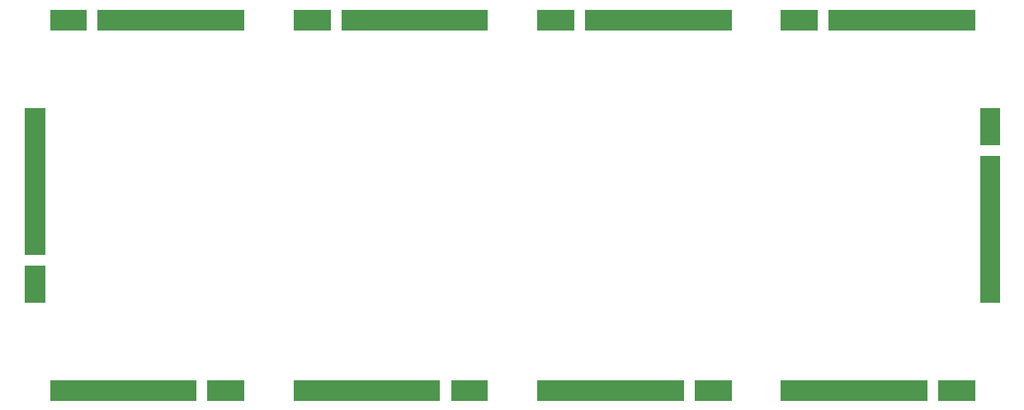
<source format=gbr>
%TF.GenerationSoftware,KiCad,Pcbnew,7.0.5*%
%TF.CreationDate,2023-09-25T02:34:09-05:00*%
%TF.ProjectId,Chimera_Carrier,4368696d-6572-4615-9f43-617272696572,rev?*%
%TF.SameCoordinates,Original*%
%TF.FileFunction,Soldermask,Top*%
%TF.FilePolarity,Negative*%
%FSLAX46Y46*%
G04 Gerber Fmt 4.6, Leading zero omitted, Abs format (unit mm)*
G04 Created by KiCad (PCBNEW 7.0.5) date 2023-09-25 02:34:09*
%MOMM*%
%LPD*%
G01*
G04 APERTURE LIST*
%ADD10C,0.100000*%
G04 APERTURE END LIST*
%TO.C,B1*%
D10*
X62525000Y-120000000D02*
X47575000Y-120000000D01*
X47575000Y-118000000D01*
X62525000Y-118000000D01*
X62525000Y-120000000D01*
G36*
X62525000Y-120000000D02*
G01*
X47575000Y-120000000D01*
X47575000Y-118000000D01*
X62525000Y-118000000D01*
X62525000Y-120000000D01*
G37*
X67425000Y-120000000D02*
X63725000Y-120000000D01*
X63725000Y-118000000D01*
X67425000Y-118000000D01*
X67425000Y-120000000D01*
G36*
X67425000Y-120000000D02*
G01*
X63725000Y-120000000D01*
X63725000Y-118000000D01*
X67425000Y-118000000D01*
X67425000Y-120000000D01*
G37*
%TO.C,A2*%
X92425000Y-82000000D02*
X77475000Y-82000000D01*
X77475000Y-80000000D01*
X92425000Y-80000000D01*
X92425000Y-82000000D01*
G36*
X92425000Y-82000000D02*
G01*
X77475000Y-82000000D01*
X77475000Y-80000000D01*
X92425000Y-80000000D01*
X92425000Y-82000000D01*
G37*
X76275000Y-82000000D02*
X72575000Y-82000000D01*
X72575000Y-80000000D01*
X76275000Y-80000000D01*
X76275000Y-82000000D01*
G36*
X76275000Y-82000000D02*
G01*
X72575000Y-82000000D01*
X72575000Y-80000000D01*
X76275000Y-80000000D01*
X76275000Y-82000000D01*
G37*
%TO.C,IN1*%
X47000000Y-105025000D02*
X45000000Y-105025000D01*
X45000000Y-90075000D01*
X47000000Y-90075000D01*
X47000000Y-105025000D01*
G36*
X47000000Y-105025000D02*
G01*
X45000000Y-105025000D01*
X45000000Y-90075000D01*
X47000000Y-90075000D01*
X47000000Y-105025000D01*
G37*
X47000000Y-109925000D02*
X45000000Y-109925000D01*
X45000000Y-106225000D01*
X47000000Y-106225000D01*
X47000000Y-109925000D01*
G36*
X47000000Y-109925000D02*
G01*
X45000000Y-109925000D01*
X45000000Y-106225000D01*
X47000000Y-106225000D01*
X47000000Y-109925000D01*
G37*
%TO.C,OUT1*%
X145000000Y-109925000D02*
X143000000Y-109925000D01*
X143000000Y-94975000D01*
X145000000Y-94975000D01*
X145000000Y-109925000D01*
G36*
X145000000Y-109925000D02*
G01*
X143000000Y-109925000D01*
X143000000Y-94975000D01*
X145000000Y-94975000D01*
X145000000Y-109925000D01*
G37*
X145000000Y-93775000D02*
X143000000Y-93775000D01*
X143000000Y-90075000D01*
X145000000Y-90075000D01*
X145000000Y-93775000D01*
G36*
X145000000Y-93775000D02*
G01*
X143000000Y-93775000D01*
X143000000Y-90075000D01*
X145000000Y-90075000D01*
X145000000Y-93775000D01*
G37*
%TO.C,A3*%
X117425000Y-82000000D02*
X102475000Y-82000000D01*
X102475000Y-80000000D01*
X117425000Y-80000000D01*
X117425000Y-82000000D01*
G36*
X117425000Y-82000000D02*
G01*
X102475000Y-82000000D01*
X102475000Y-80000000D01*
X117425000Y-80000000D01*
X117425000Y-82000000D01*
G37*
X101275000Y-82000000D02*
X97575000Y-82000000D01*
X97575000Y-80000000D01*
X101275000Y-80000000D01*
X101275000Y-82000000D01*
G36*
X101275000Y-82000000D02*
G01*
X97575000Y-82000000D01*
X97575000Y-80000000D01*
X101275000Y-80000000D01*
X101275000Y-82000000D01*
G37*
%TO.C,B3*%
X112525000Y-120000000D02*
X97575000Y-120000000D01*
X97575000Y-118000000D01*
X112525000Y-118000000D01*
X112525000Y-120000000D01*
G36*
X112525000Y-120000000D02*
G01*
X97575000Y-120000000D01*
X97575000Y-118000000D01*
X112525000Y-118000000D01*
X112525000Y-120000000D01*
G37*
X117425000Y-120000000D02*
X113725000Y-120000000D01*
X113725000Y-118000000D01*
X117425000Y-118000000D01*
X117425000Y-120000000D01*
G36*
X117425000Y-120000000D02*
G01*
X113725000Y-120000000D01*
X113725000Y-118000000D01*
X117425000Y-118000000D01*
X117425000Y-120000000D01*
G37*
%TO.C,B2*%
X87525000Y-120000000D02*
X72575000Y-120000000D01*
X72575000Y-118000000D01*
X87525000Y-118000000D01*
X87525000Y-120000000D01*
G36*
X87525000Y-120000000D02*
G01*
X72575000Y-120000000D01*
X72575000Y-118000000D01*
X87525000Y-118000000D01*
X87525000Y-120000000D01*
G37*
X92425000Y-120000000D02*
X88725000Y-120000000D01*
X88725000Y-118000000D01*
X92425000Y-118000000D01*
X92425000Y-120000000D01*
G36*
X92425000Y-120000000D02*
G01*
X88725000Y-120000000D01*
X88725000Y-118000000D01*
X92425000Y-118000000D01*
X92425000Y-120000000D01*
G37*
%TO.C,B4*%
X137525000Y-120000000D02*
X122575000Y-120000000D01*
X122575000Y-118000000D01*
X137525000Y-118000000D01*
X137525000Y-120000000D01*
G36*
X137525000Y-120000000D02*
G01*
X122575000Y-120000000D01*
X122575000Y-118000000D01*
X137525000Y-118000000D01*
X137525000Y-120000000D01*
G37*
X142425000Y-120000000D02*
X138725000Y-120000000D01*
X138725000Y-118000000D01*
X142425000Y-118000000D01*
X142425000Y-120000000D01*
G36*
X142425000Y-120000000D02*
G01*
X138725000Y-120000000D01*
X138725000Y-118000000D01*
X142425000Y-118000000D01*
X142425000Y-120000000D01*
G37*
%TO.C,A1*%
X67425000Y-82000000D02*
X52475000Y-82000000D01*
X52475000Y-80000000D01*
X67425000Y-80000000D01*
X67425000Y-82000000D01*
G36*
X67425000Y-82000000D02*
G01*
X52475000Y-82000000D01*
X52475000Y-80000000D01*
X67425000Y-80000000D01*
X67425000Y-82000000D01*
G37*
X51275000Y-82000000D02*
X47575000Y-82000000D01*
X47575000Y-80000000D01*
X51275000Y-80000000D01*
X51275000Y-82000000D01*
G36*
X51275000Y-82000000D02*
G01*
X47575000Y-82000000D01*
X47575000Y-80000000D01*
X51275000Y-80000000D01*
X51275000Y-82000000D01*
G37*
%TO.C,A4*%
X142425000Y-82000000D02*
X127475000Y-82000000D01*
X127475000Y-80000000D01*
X142425000Y-80000000D01*
X142425000Y-82000000D01*
G36*
X142425000Y-82000000D02*
G01*
X127475000Y-82000000D01*
X127475000Y-80000000D01*
X142425000Y-80000000D01*
X142425000Y-82000000D01*
G37*
X126275000Y-82000000D02*
X122575000Y-82000000D01*
X122575000Y-80000000D01*
X126275000Y-80000000D01*
X126275000Y-82000000D01*
G36*
X126275000Y-82000000D02*
G01*
X122575000Y-82000000D01*
X122575000Y-80000000D01*
X126275000Y-80000000D01*
X126275000Y-82000000D01*
G37*
%TD*%
M02*

</source>
